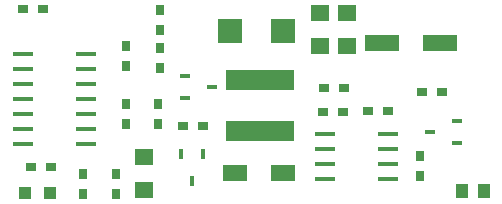
<source format=gbr>
G04 DipTrace 3.0.0.2*
G04 TopPaste.gbr*
%MOMM*%
G04 #@! TF.FileFunction,Paste,Top*
G04 #@! TF.Part,Single*
%ADD55R,1.8X0.4*%
%ADD57R,1.1X1.3*%
%ADD59R,0.45X0.85*%
%ADD63R,5.8X1.8*%
%ADD79R,0.85X0.45*%
%ADD80R,1.0X1.0*%
%ADD82R,2.0X1.35*%
%ADD84R,2.1X2.0*%
%ADD86R,0.9X0.8*%
%ADD88R,0.8X0.9*%
%ADD90R,1.6X1.4*%
%ADD92R,2.95X1.4*%
%FSLAX35Y35*%
G04*
G71*
G90*
G75*
G01*
G04 TopPaste*
%LPD*%
D92*
X4335000Y1395000D3*
X3845000D3*
D90*
X3320000Y1650000D3*
Y1370000D3*
X3550000Y1650000D3*
Y1370000D3*
X1830000Y430000D3*
Y150000D3*
D88*
X1950000Y710000D3*
Y880000D3*
D86*
X4350000Y980000D3*
X4180000D3*
D88*
X1680000Y710000D3*
Y880000D3*
D86*
X1045000Y345000D3*
X875000D3*
D88*
X4170000Y270000D3*
Y440000D3*
D84*
X3010000Y1500000D3*
X2560000D3*
D82*
X2600000Y300000D3*
X3010000D3*
D80*
X1030000Y130000D3*
X820000D3*
D79*
X4480000Y550000D3*
Y740000D3*
X4250000Y645000D3*
D63*
X2810000Y650000D3*
Y1080000D3*
D59*
X2330000Y460000D3*
X2140000D3*
X2235000Y230000D3*
D79*
X2180000Y1120000D3*
Y930000D3*
X2410000Y1025000D3*
D86*
X3350000Y1020000D3*
X3520000D3*
D88*
X1965000Y1185000D3*
Y1355000D3*
D86*
X3730000Y820000D3*
X3900000D3*
X2330000Y690000D3*
X2160000D3*
D88*
X1965000Y1505000D3*
Y1675000D3*
X1680000Y1200000D3*
Y1370000D3*
X1310000Y290000D3*
Y120000D3*
D57*
X4710000Y140000D3*
X4520000D3*
D88*
X1590000Y120000D3*
Y290000D3*
D86*
X3345000Y815000D3*
X3515000D3*
X975000Y1685000D3*
X805000D3*
D55*
X1342273Y542543D3*
Y669543D3*
Y796543D3*
Y923543D3*
Y1050543D3*
Y1177543D3*
Y1304543D3*
X802273D3*
Y1177543D3*
Y1050543D3*
Y923543D3*
Y796543D3*
Y669543D3*
Y542543D3*
X3899500Y249500D3*
Y376500D3*
Y503500D3*
Y630500D3*
X3359500D3*
Y503500D3*
Y376500D3*
Y249500D3*
M02*

</source>
